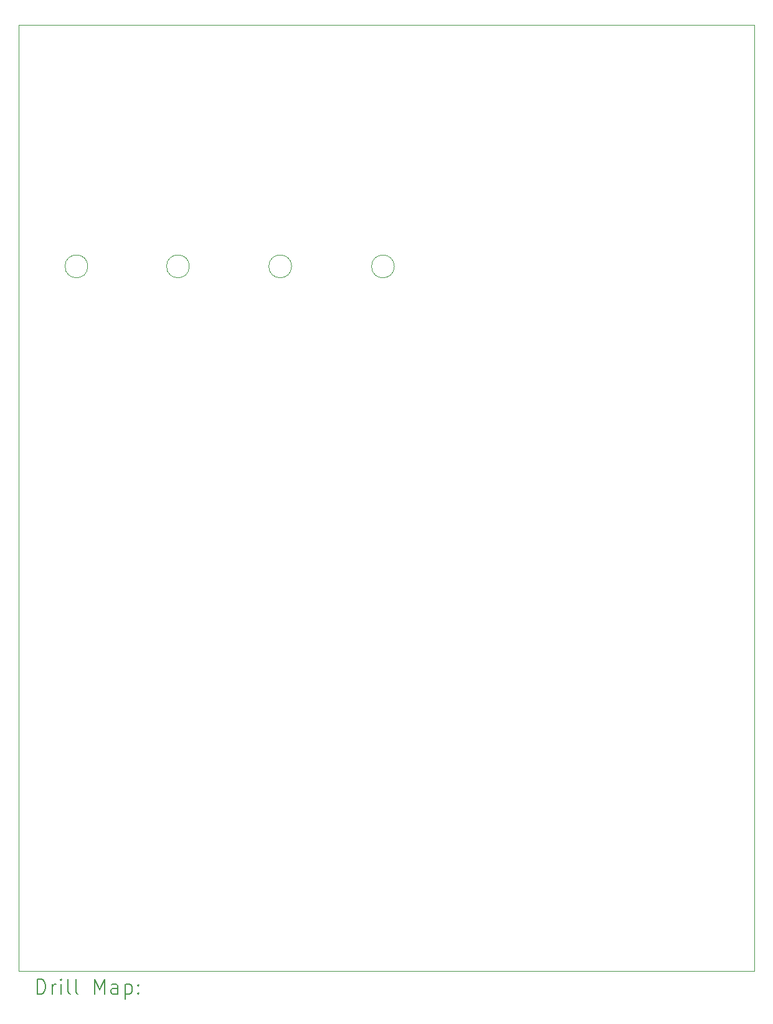
<source format=gbr>
%FSLAX45Y45*%
G04 Gerber Fmt 4.5, Leading zero omitted, Abs format (unit mm)*
G04 Created by KiCad (PCBNEW (6.0.0-0)) date 2022-12-13 15:44:48*
%MOMM*%
%LPD*%
G01*
G04 APERTURE LIST*
%TA.AperFunction,Profile*%
%ADD10C,0.100000*%
%TD*%
%ADD11C,0.200000*%
G04 APERTURE END LIST*
D10*
X19505200Y-5577700D02*
G75*
G03*
X19505200Y-5577700I-155000J0D01*
G01*
X16735200Y-5577700D02*
G75*
G03*
X16735200Y-5577700I-155000J0D01*
G01*
X18115200Y-5577700D02*
G75*
G03*
X18115200Y-5577700I-155000J0D01*
G01*
X15796600Y-2296700D02*
X25796600Y-2296700D01*
X25796600Y-2296700D02*
X25796600Y-15146700D01*
X25796600Y-15146700D02*
X15796600Y-15146700D01*
X15796600Y-15146700D02*
X15796600Y-2296700D01*
X20901200Y-5578700D02*
G75*
G03*
X20901200Y-5578700I-155000J0D01*
G01*
D11*
X16049219Y-15462176D02*
X16049219Y-15262176D01*
X16096838Y-15262176D01*
X16125409Y-15271700D01*
X16144457Y-15290748D01*
X16153981Y-15309795D01*
X16163505Y-15347890D01*
X16163505Y-15376462D01*
X16153981Y-15414557D01*
X16144457Y-15433605D01*
X16125409Y-15452652D01*
X16096838Y-15462176D01*
X16049219Y-15462176D01*
X16249219Y-15462176D02*
X16249219Y-15328843D01*
X16249219Y-15366938D02*
X16258743Y-15347890D01*
X16268267Y-15338367D01*
X16287314Y-15328843D01*
X16306362Y-15328843D01*
X16373028Y-15462176D02*
X16373028Y-15328843D01*
X16373028Y-15262176D02*
X16363505Y-15271700D01*
X16373028Y-15281224D01*
X16382552Y-15271700D01*
X16373028Y-15262176D01*
X16373028Y-15281224D01*
X16496838Y-15462176D02*
X16477790Y-15452652D01*
X16468267Y-15433605D01*
X16468267Y-15262176D01*
X16601600Y-15462176D02*
X16582552Y-15452652D01*
X16573028Y-15433605D01*
X16573028Y-15262176D01*
X16830171Y-15462176D02*
X16830171Y-15262176D01*
X16896838Y-15405033D01*
X16963505Y-15262176D01*
X16963505Y-15462176D01*
X17144457Y-15462176D02*
X17144457Y-15357414D01*
X17134933Y-15338367D01*
X17115886Y-15328843D01*
X17077790Y-15328843D01*
X17058743Y-15338367D01*
X17144457Y-15452652D02*
X17125410Y-15462176D01*
X17077790Y-15462176D01*
X17058743Y-15452652D01*
X17049219Y-15433605D01*
X17049219Y-15414557D01*
X17058743Y-15395509D01*
X17077790Y-15385986D01*
X17125410Y-15385986D01*
X17144457Y-15376462D01*
X17239695Y-15328843D02*
X17239695Y-15528843D01*
X17239695Y-15338367D02*
X17258743Y-15328843D01*
X17296838Y-15328843D01*
X17315886Y-15338367D01*
X17325410Y-15347890D01*
X17334933Y-15366938D01*
X17334933Y-15424081D01*
X17325410Y-15443128D01*
X17315886Y-15452652D01*
X17296838Y-15462176D01*
X17258743Y-15462176D01*
X17239695Y-15452652D01*
X17420648Y-15443128D02*
X17430171Y-15452652D01*
X17420648Y-15462176D01*
X17411124Y-15452652D01*
X17420648Y-15443128D01*
X17420648Y-15462176D01*
X17420648Y-15338367D02*
X17430171Y-15347890D01*
X17420648Y-15357414D01*
X17411124Y-15347890D01*
X17420648Y-15338367D01*
X17420648Y-15357414D01*
M02*

</source>
